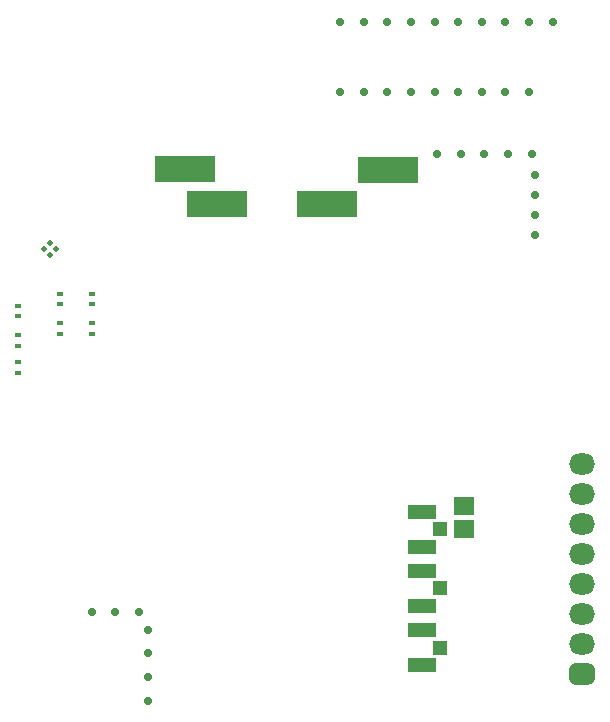
<source format=gbr>
G04*
G04 #@! TF.GenerationSoftware,Altium Limited,Altium Designer,25.8.1 (18)*
G04*
G04 Layer_Color=16711935*
%FSLAX25Y25*%
%MOIN*%
G70*
G04*
G04 #@! TF.SameCoordinates,505960B2-D5C5-487F-9968-D24D6DC54575*
G04*
G04*
G04 #@! TF.FilePolarity,Negative*
G04*
G01*
G75*
%ADD30R,0.02254X0.01438*%
%ADD48R,0.07099X0.05918*%
%ADD51R,0.09461X0.04934*%
%ADD54R,0.20485X0.08674*%
%ADD60R,0.04934X0.04737*%
%ADD63R,0.20485X0.08674*%
%ADD64C,0.02769*%
%ADD65C,0.01968*%
%ADD77O,0.08674X0.07099*%
G04:AMPARAMS|DCode=78|XSize=70.99mil|YSize=86.74mil|CornerRadius=19.75mil|HoleSize=0mil|Usage=FLASHONLY|Rotation=90.000|XOffset=0mil|YOffset=0mil|HoleType=Round|Shape=RoundedRectangle|*
%AMROUNDEDRECTD78*
21,1,0.07099,0.04724,0,0,90.0*
21,1,0.03150,0.08674,0,0,90.0*
1,1,0.03950,0.02362,0.01575*
1,1,0.03950,0.02362,-0.01575*
1,1,0.03950,-0.02362,-0.01575*
1,1,0.03950,-0.02362,0.01575*
%
%ADD78ROUNDEDRECTD78*%
D30*
X27559Y128134D02*
D03*
X16875D02*
D03*
X2953Y115157D02*
D03*
Y134039D02*
D03*
Y137614D02*
D03*
Y118732D02*
D03*
X27559Y131709D02*
D03*
X16875D02*
D03*
X27559Y137976D02*
D03*
Y141551D02*
D03*
X16875Y137976D02*
D03*
Y141551D02*
D03*
X2953Y124197D02*
D03*
Y127772D02*
D03*
D48*
X151575Y63189D02*
D03*
Y70669D02*
D03*
D51*
X137795Y68799D02*
D03*
Y49114D02*
D03*
Y29429D02*
D03*
Y37500D02*
D03*
Y57185D02*
D03*
Y17815D02*
D03*
D54*
X126390Y182852D02*
D03*
X69303Y171360D02*
D03*
D60*
X143799Y23622D02*
D03*
Y43307D02*
D03*
Y62992D02*
D03*
D63*
X105894Y171360D02*
D03*
X58650Y183289D02*
D03*
D64*
X46260Y21654D02*
D03*
Y5906D02*
D03*
Y13780D02*
D03*
Y29528D02*
D03*
X175197Y174522D02*
D03*
Y161024D02*
D03*
Y167773D02*
D03*
X174213Y187992D02*
D03*
X166339D02*
D03*
X175197Y181271D02*
D03*
X150591Y187992D02*
D03*
X142717D02*
D03*
X158465D02*
D03*
X43307Y35433D02*
D03*
X35433D02*
D03*
X27559D02*
D03*
X110331Y208661D02*
D03*
Y232283D02*
D03*
X118205Y208661D02*
D03*
Y232283D02*
D03*
X126079Y208661D02*
D03*
Y232283D02*
D03*
X133953Y208661D02*
D03*
Y232283D02*
D03*
X141827Y208661D02*
D03*
Y232283D02*
D03*
X149701Y208661D02*
D03*
Y232283D02*
D03*
X157575Y208661D02*
D03*
Y232283D02*
D03*
X165449Y208661D02*
D03*
Y232283D02*
D03*
X173323D02*
D03*
Y208661D02*
D03*
X181197Y232283D02*
D03*
D65*
X13780Y158465D02*
D03*
X11811Y156496D02*
D03*
X15748D02*
D03*
X13780Y154528D02*
D03*
D77*
X190945Y84803D02*
D03*
Y24803D02*
D03*
Y74803D02*
D03*
Y64803D02*
D03*
Y44803D02*
D03*
Y54803D02*
D03*
Y34803D02*
D03*
D78*
Y14803D02*
D03*
M02*

</source>
